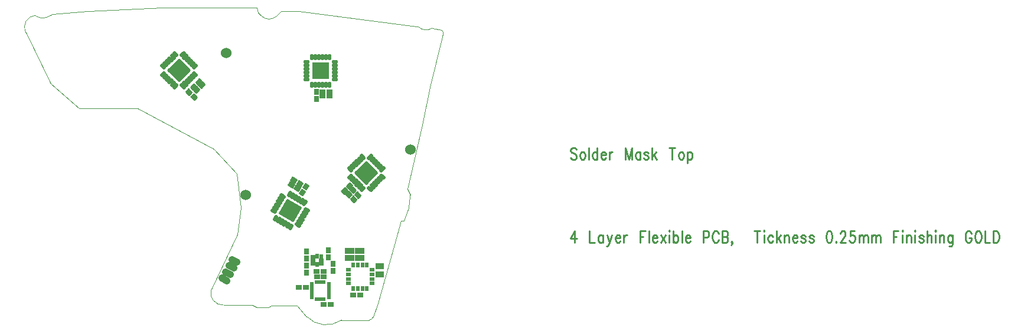
<source format=gbr>
*
*
G04 PADS 9.3 Build Number: 433611 generated Gerber (RS-274-X) file*
G04 PC Version=2.1*
*
%IN "MMSP_R.pcb"*%
*
%MOIN*%
*
%FSLAX35Y35*%
*
*
*
*
G04 PC Standard Apertures*
*
*
G04 Thermal Relief Aperture macro.*
%AMTER*
1,1,$1,0,0*
1,0,$1-$2,0,0*
21,0,$3,$4,0,0,45*
21,0,$3,$4,0,0,135*
%
*
*
G04 Annular Aperture macro.*
%AMANN*
1,1,$1,0,0*
1,0,$2,0,0*
%
*
*
G04 Odd Aperture macro.*
%AMODD*
1,1,$1,0,0*
1,0,$1-0.005,0,0*
%
*
*
G04 PC Custom Aperture Macros*
*
*
*
*
*
*
G04 PC Aperture Table*
*
%ADD010C,0.001*%
%ADD013C,0.01*%
%ADD044R,0.035X0.03*%
%ADD045R,0.03X0.035*%
%ADD046R,0.045X0.034*%
%ADD047C,0.06*%
%ADD048C,0.02181*%
%ADD049O,0.03756X0.02181*%
%ADD050O,0.02181X0.03756*%
%ADD051R,0.02575X0.01984*%
%ADD052R,0.01984X0.02575*%
%ADD053C,0.04*%
%ADD054R,0.02378X0.01984*%
%ADD055R,0.01984X0.02378*%
%ADD056R,0.02575X0.02181*%
%ADD057R,0.02181X0.02575*%
%ADD058R,0.09661X0.09661*%
*
*
*
*
G04 PC Circuitry*
G04 Layer Name MMSP_R.pcb - circuitry*
%LPD*%
*
*
G04 PC Custom Flashes*
G04 Layer Name MMSP_R.pcb - flashes*
%LPD*%
*
*
G04 PC Circuitry*
G04 Layer Name MMSP_R.pcb - circuitry*
%LPD*%
*
G54D10*
G01X1084338Y879416D02*
G75*
G03X1091450Y870727I6795J-1694D01*
G01X1084337Y879411D02*
X1084469Y879661D01*
X1084449Y879640*
X1099338Y910590*
X1101338Y925590*
X1099000Y945000*
X1086000Y959000*
X1043000Y982000*
X1010098*
X994098Y996000*
X979772Y1024917*
X985282Y1034748D02*
G03X979774Y1024913I607J-6800D01*
G01X985288Y1034748D02*
X985335Y1034744D01*
X986024Y1034055*
X986021Y1034056D02*
G03X994094Y1034883I3373J6886D01*
G01X994091Y1034881D02*
X994565Y1035356D01*
X1015000Y1037000*
X1057000Y1039000*
X1110433*
G03X1113187Y1034052I5045J-433*
G01X1113191Y1034049D02*
G03X1121065I3937J4610D01*
G01X1121067Y1034051D02*
X1124016Y1037000D01*
X1134000*
X1200197Y1028298*
X1201353*
G03X1209173Y1027455I4431J4416*
G01X1209174D02*
X1209247Y1027530D01*
X1214758Y1026365*
X1215407Y1024033D02*
G03X1214757Y1026366I-2399J589D01*
G01X1215407Y1024032D02*
X1208068Y994095D01*
X1203663Y972687*
X1195353Y936537*
X1196877Y932972*
X1193429Y918301D02*
G03X1196877Y932946I-27976J14316D01*
G01X1193432Y918307D02*
X1191535D01*
X1188000Y905000*
X1178563Y871588*
X1175919Y863986*
X1173588Y862205D02*
G03X1175920Y863988I-330J2848D01*
G01X1173585Y862205D02*
X1158055D01*
X1138351Y864223D02*
G03X1158054Y862204I11040J10587D01*
G01X1138356Y864218D02*
X1132826Y870374D01*
X1118110*
X1116978Y869242*
X1110236*
X1107677Y870727*
X1091453*
G54D13*
X1132555Y941776D02*
X1130390Y943026D01*
X1129390Y941294*
X1131555Y940044*
X1132555Y941776*
X1131555Y940044D02*
X1131555D01*
X1129823Y941044D02*
X1132132D01*
X1129823Y942044D02*
X1132091D01*
X1130000Y940942D02*
Y942351D01*
X1131000Y940365D02*
Y942674D01*
X1132000Y940815D02*
Y942097D01*
X1135964Y939808D02*
X1133799Y941058D01*
X1132799Y939326*
X1134964Y938076*
X1135964Y939808*
X1134964Y938076D02*
X1134964D01*
X1133232Y939076D02*
X1135542D01*
X1133232Y940076D02*
X1135500D01*
X1133000Y939210D02*
Y939673D01*
X1134000Y938633D02*
Y940942D01*
X1135000Y938137D02*
Y940365D01*
X1159808Y937010D02*
X1158041Y935242D01*
X1159455Y933828*
X1161223Y935596*
X1159808Y937010*
X1159455Y933828D02*
X1159455D01*
X1158455Y934828D02*
X1160455D01*
X1158626Y935828D02*
X1160990D01*
X1159626Y936828D02*
X1159990D01*
X1159000Y934283D02*
Y936202D01*
X1160000Y934373D02*
Y936819D01*
X1161000Y935373D02*
Y935819D01*
X1162592Y939794D02*
X1160825Y938026D01*
X1162239Y936612*
X1164007Y938380*
X1162592Y939794*
X1162239Y936612D02*
X1162239D01*
X1161239Y937612D02*
X1163239D01*
X1161410Y938612D02*
X1163774D01*
X1162410Y939612D02*
X1162774D01*
X1161000Y937851D02*
Y938202D01*
X1162000Y936851D02*
Y939202D01*
X1163000Y937373D02*
Y939386D01*
X1164000Y938373D02*
Y938386D01*
X1165549Y933234D02*
X1167317Y931466D01*
X1168731Y932880*
X1166963Y934648*
X1165549Y933234*
X1167317Y931466D02*
X1167317D01*
X1166317Y932466D02*
X1168317D01*
X1165781Y933466D02*
X1168145D01*
X1166781Y934466D02*
X1167145D01*
X1166000Y932783D02*
Y933685D01*
X1167000Y931783D02*
Y934611D01*
X1168000Y932149D02*
Y933611D01*
X1162765Y936018D02*
X1164533Y934250D01*
X1165947Y935664*
X1164179Y937432*
X1162765Y936018*
X1164533Y934250D02*
X1164533D01*
X1163533Y935250D02*
X1165533D01*
X1162997Y936250D02*
X1165361D01*
X1163997Y937250D02*
X1164361D01*
X1163000Y935783D02*
Y936252D01*
X1164000Y934783D02*
Y937252D01*
X1165000Y934717D02*
Y936611D01*
X1073029Y988745D02*
X1074797Y986978D01*
X1076211Y988392*
X1074444Y990160*
X1073029Y988745*
X1074797Y986978D02*
X1074797D01*
X1073797Y987978D02*
X1075797D01*
X1073262Y988978D02*
X1075625D01*
X1074262Y989978D02*
X1074625D01*
X1074000Y987775D02*
Y989716D01*
X1075000Y987181D02*
Y989603D01*
X1076000Y988181D02*
Y988603D01*
X1070245Y991529D02*
X1072013Y989762D01*
X1073427Y991176*
X1071660Y992944*
X1070245Y991529*
X1072013Y989762D02*
X1072013D01*
X1071013Y990762D02*
X1073013D01*
X1070478Y991762D02*
X1072842D01*
X1071478Y992762D02*
X1071842D01*
X1071000Y990775D02*
Y992284D01*
X1072000Y989775D02*
Y992603D01*
X1073000Y990748D02*
Y991603D01*
X1077199Y995470D02*
X1078967Y997238D01*
X1077553Y998652*
X1075785Y996884*
X1077199Y995470*
X1077199*
X1076199Y996470D02*
X1078199D01*
X1076371Y997470D02*
X1078735D01*
X1077371Y998470D02*
X1077735D01*
X1076000Y996670D02*
Y997099D01*
X1077000Y995670D02*
Y998099D01*
X1078000Y996271D02*
Y998205D01*
X1074416Y992686D02*
X1076183Y994454D01*
X1074769Y995868*
X1073001Y994101*
X1074416Y992686*
X1074416*
X1073416Y993686D02*
X1075416D01*
X1073587Y994686D02*
X1075951D01*
X1074587Y995686D02*
X1074951D01*
X1074000Y993102D02*
Y995099D01*
X1075000Y993271D02*
Y995637D01*
X1076000Y994271D02*
Y994637D01*
X1138036Y936343D02*
X1139286Y938508D01*
X1137554Y939508*
X1136304Y937343*
X1138036Y936343*
X1138036*
X1136304Y937343D02*
X1138614D01*
X1136882Y938343D02*
X1139191D01*
X1137459Y939343D02*
X1137840D01*
X1137000Y936941D02*
Y938548D01*
X1138000Y936364D02*
Y939250D01*
X1139000Y938012D02*
Y938673D01*
X1136068Y932933D02*
X1137318Y935098D01*
X1135586Y936098*
X1134336Y933933*
X1136068Y932933*
X1136068*
X1134336Y933933D02*
X1136645D01*
X1134913Y934933D02*
X1137223D01*
X1135490Y935933D02*
X1135872D01*
X1135000Y933550D02*
Y935084D01*
X1136000Y932972D02*
Y935859D01*
X1137000Y934548D02*
Y935282D01*
X1131177Y939217D02*
X1129012Y940467D01*
X1128012Y938735*
X1130177Y937485*
X1131177Y939217*
X1130177Y937485D02*
X1130177D01*
X1128445Y938485D02*
X1130754D01*
X1128445Y939485D02*
X1130713D01*
X1129000Y938165D02*
Y940447D01*
X1130000Y937588D02*
Y939897D01*
X1131000Y938911D02*
Y939320D01*
X1134587Y937249D02*
X1132421Y938499D01*
X1131421Y936767*
X1133587Y935517*
X1134587Y937249*
X1133587Y935517D02*
X1133587D01*
X1131854Y936517D02*
X1134164D01*
X1131854Y937517D02*
X1134122D01*
X1132000Y936433D02*
Y937769D01*
X1133000Y935855D02*
Y938165D01*
X1134000Y936233D02*
Y937588D01*
X1163187Y930871D02*
X1164955Y929104D01*
X1166369Y930518*
X1164601Y932286*
X1163187Y930871*
X1164955Y929104D02*
X1164955D01*
X1163955Y930104D02*
X1165955D01*
X1163419Y931104D02*
X1165783D01*
X1164419Y932104D02*
X1164783D01*
X1164000Y930058D02*
Y931685D01*
X1165000Y929149D02*
Y931887D01*
X1166000Y930149D02*
Y930887D01*
X1160403Y933655D02*
X1162171Y931888D01*
X1163585Y933302*
X1161817Y935070*
X1160403Y933655*
X1162171Y931888D02*
X1162171D01*
X1161171Y932888D02*
X1163171D01*
X1160635Y933888D02*
X1162999D01*
X1161635Y934888D02*
X1161999D01*
X1161000Y933058D02*
Y934252D01*
X1162000Y932058D02*
Y934887D01*
X1163000Y932717D02*
Y933887D01*
X1078774Y993895D02*
X1080542Y995663D01*
X1079128Y997077*
X1077360Y995310*
X1078774Y993895*
X1078774*
X1077774Y994895D02*
X1079774D01*
X1077946Y995895D02*
X1080310D01*
X1078946Y996895D02*
X1079310D01*
X1078000Y994670D02*
Y995950D01*
X1079000Y994121D02*
Y996950D01*
X1080000Y995121D02*
Y996205D01*
X1075990Y991112D02*
X1077758Y992879D01*
X1076344Y994294*
X1074576Y992526*
X1075990Y991112*
X1075990*
X1074990Y992112D02*
X1076990D01*
X1075162Y993112D02*
X1077526D01*
X1076162Y994112D02*
X1076526D01*
X1075000Y992102D02*
Y992950D01*
X1076000Y991121D02*
Y993950D01*
X1077000Y992121D02*
Y993637D01*
X1127313Y930297D02*
X1122982Y922796D01*
X1130483Y918465*
X1134814Y925966*
X1127313Y930297*
X1130483Y918465D02*
X1130483D01*
X1128751Y919465D02*
X1131061D01*
X1127019Y920465D02*
X1131638D01*
X1125287Y921465D02*
X1132215D01*
X1123555Y922465D02*
X1132793D01*
X1123369Y923465D02*
X1133370D01*
X1123946Y924465D02*
X1133947D01*
X1124523Y925465D02*
X1134525D01*
X1125101Y926465D02*
X1133950D01*
X1125678Y927465D02*
X1132218D01*
X1126255Y928465D02*
X1130486D01*
X1126833Y929465D02*
X1128754D01*
X1123000Y922785D02*
Y922826D01*
X1124000Y922208D02*
Y924559D01*
X1125000Y921631D02*
Y926291D01*
X1126000Y921053D02*
Y928023D01*
X1127000Y920476D02*
Y929755D01*
X1128000Y919899D02*
Y929900D01*
X1129000Y919321D02*
Y929323D01*
X1130000Y918744D02*
Y928745D01*
X1131000Y919360D02*
Y928168D01*
X1132000Y921092D02*
Y927591D01*
X1133000Y922824D02*
Y927013D01*
X1134000Y924556D02*
Y926436D01*
X1171850Y951794D02*
X1165726Y945669D01*
X1171850Y939545*
X1177975Y945669*
X1171850Y951794*
Y939545D02*
X1171850D01*
X1170850Y940545D02*
X1172850D01*
X1169850Y941545D02*
X1173850D01*
X1168850Y942545D02*
X1174850D01*
X1167850Y943545D02*
X1175850D01*
X1166850Y944545D02*
X1176850D01*
X1165850Y945545D02*
X1177850D01*
X1166601Y946545D02*
X1177099D01*
X1167601Y947545D02*
X1176099D01*
X1168601Y948545D02*
X1175099D01*
X1169601Y949545D02*
X1174099D01*
X1170601Y950545D02*
X1173099D01*
X1171601Y951545D02*
X1172099D01*
X1166000Y945395D02*
Y945943D01*
X1167000Y944395D02*
Y946943D01*
X1168000Y943395D02*
Y947943D01*
X1169000Y942395D02*
Y948943D01*
X1170000Y941395D02*
Y949943D01*
X1171000Y940395D02*
Y950943D01*
X1172000Y939694D02*
Y951644D01*
X1173000Y940694D02*
Y950644D01*
X1174000Y941694D02*
Y949644D01*
X1175000Y942694D02*
Y948644D01*
X1176000Y943694D02*
Y947644D01*
X1177000Y944694D02*
Y946644D01*
X1066142Y1009865D02*
X1060017Y1003740D01*
X1066142Y997616*
X1072266Y1003740*
X1066142Y1009865*
Y997616D02*
X1066142D01*
X1065142Y998616D02*
X1067142D01*
X1064142Y999616D02*
X1068142D01*
X1063142Y1000616D02*
X1069142D01*
X1062142Y1001616D02*
X1070142D01*
X1061142Y1002616D02*
X1071142D01*
X1060142Y1003616D02*
X1072142D01*
X1060893Y1004616D02*
X1071391D01*
X1061893Y1005616D02*
X1070391D01*
X1062893Y1006616D02*
X1069391D01*
X1063893Y1007616D02*
X1068391D01*
X1064893Y1008616D02*
X1067391D01*
X1065893Y1009616D02*
X1066391D01*
X1061000Y1002757D02*
Y1004723D01*
X1062000Y1001757D02*
Y1005723D01*
X1063000Y1000757D02*
Y1006723D01*
X1064000Y999757D02*
Y1007723D01*
X1065000Y998757D02*
Y1008723D01*
X1066000Y997757D02*
Y1009723D01*
X1067000Y998474D02*
Y1009006D01*
X1068000Y999474D02*
Y1008006D01*
X1069000Y1000474D02*
Y1007006D01*
X1070000Y1001474D02*
Y1006006D01*
X1071000Y1002474D02*
Y1005006D01*
X1072000Y1003474D02*
Y1004006D01*
X1290583Y958775D02*
X1290129Y959400D01*
X1289447Y959712*
X1288538*
X1287856Y959400*
X1287402Y958775*
Y958150*
X1287629Y957525*
X1287856Y957212*
X1288311Y956900*
X1289674Y956275*
X1290129Y955962*
X1290356Y955650*
X1290583Y955025*
Y954087*
X1290129Y953462*
X1289447Y953150*
X1288538*
X1287856Y953462*
X1287402Y954087*
X1293765Y957525D02*
X1293311Y957212D01*
X1292856Y956587*
X1292629Y955650*
Y955025*
X1292856Y954087*
X1293311Y953462*
X1293765Y953150*
X1294447*
X1294902Y953462*
X1295356Y954087*
X1295583Y955025*
Y955650*
X1295356Y956587*
X1294902Y957212*
X1294447Y957525*
X1293765*
X1297629Y959712D02*
Y953150D01*
X1302402Y959712D02*
Y953150D01*
Y956587D02*
X1301947Y957212D01*
X1301492Y957525*
X1300811*
X1300356Y957212*
X1299902Y956587*
X1299674Y955650*
Y955025*
X1299902Y954087*
X1300356Y953462*
X1300811Y953150*
X1301492*
X1301947Y953462*
X1302402Y954087*
X1304447Y955650D02*
X1307174D01*
Y956275*
X1306947Y956900*
X1306720Y957212*
X1306265Y957525*
X1305583*
X1305129Y957212*
X1304674Y956587*
X1304447Y955650*
Y955025*
X1304674Y954087*
X1305129Y953462*
X1305583Y953150*
X1306265*
X1306720Y953462*
X1307174Y954087*
X1309220Y957525D02*
Y953150D01*
Y955650D02*
X1309447Y956587D01*
X1309902Y957212*
X1310356Y957525*
X1311038*
X1318311Y959712D02*
Y953150D01*
Y959712D02*
X1320129Y953150D01*
X1321947Y959712D02*
X1320129Y953150D01*
X1321947Y959712D02*
Y953150D01*
X1326720Y957525D02*
Y953150D01*
Y956587D02*
X1326265Y957212D01*
X1325811Y957525*
X1325129*
X1324674Y957212*
X1324220Y956587*
X1323992Y955650*
Y955025*
X1324220Y954087*
X1324674Y953462*
X1325129Y953150*
X1325811*
X1326265Y953462*
X1326720Y954087*
X1331265Y956587D02*
X1331038Y957212D01*
X1330356Y957525*
X1329674*
X1328992Y957212*
X1328765Y956587*
X1328992Y955962*
X1329447Y955650*
X1330583Y955337*
X1331038Y955025*
X1331265Y954400*
Y954087*
X1331038Y953462*
X1330356Y953150*
X1329674*
X1328992Y953462*
X1328765Y954087*
X1333311Y959712D02*
Y953150D01*
X1335583Y957525D02*
X1333311Y954400D01*
X1334220Y955650D02*
X1335811Y953150D01*
X1344674Y959712D02*
Y953150D01*
X1343083Y959712D02*
X1346265D01*
X1349447Y957525D02*
X1348992Y957212D01*
X1348538Y956587*
X1348311Y955650*
Y955025*
X1348538Y954087*
X1348992Y953462*
X1349447Y953150*
X1350129*
X1350583Y953462*
X1351038Y954087*
X1351265Y955025*
Y955650*
X1351038Y956587*
X1350583Y957212*
X1350129Y957525*
X1349447*
X1353311D02*
Y950962D01*
Y956587D02*
X1353765Y957212D01*
X1354220Y957525*
X1354902*
X1355356Y957212*
X1355811Y956587*
X1356038Y955650*
Y955025*
X1355811Y954087*
X1355356Y953462*
X1354902Y953150*
X1354220*
X1353765Y953462*
X1353311Y954087*
X1289674Y912665D02*
X1287402Y908290D01*
X1290811*
X1289674Y912665D02*
Y906102D01*
X1298083Y912665D02*
Y906102D01*
X1300811*
X1305583Y910477D02*
Y906102D01*
Y909540D02*
X1305129Y910165D01*
X1304674Y910477*
X1303992*
X1303538Y910165*
X1303083Y909540*
X1302856Y908602*
Y907977*
X1303083Y907040*
X1303538Y906415*
X1303992Y906102*
X1304674*
X1305129Y906415*
X1305583Y907040*
X1307856Y910477D02*
X1309220Y906102D01*
X1310583Y910477D02*
X1309220Y906102D01*
X1308765Y904852*
X1308311Y904227*
X1307856Y903915*
X1307629*
X1312629Y908602D02*
X1315356D01*
Y909227*
X1315129Y909852*
X1314902Y910165*
X1314447Y910477*
X1313765*
X1313311Y910165*
X1312856Y909540*
X1312629Y908602*
Y907977*
X1312856Y907040*
X1313311Y906415*
X1313765Y906102*
X1314447*
X1314902Y906415*
X1315356Y907040*
X1317402Y910477D02*
Y906102D01*
Y908602D02*
X1317629Y909540D01*
X1318083Y910165*
X1318538Y910477*
X1319220*
X1326492Y912665D02*
Y906102D01*
Y912665D02*
X1329447D01*
X1326492Y909540D02*
X1328311D01*
X1331492Y912665D02*
Y906102D01*
X1333538Y908602D02*
X1336265D01*
Y909227*
X1336038Y909852*
X1335811Y910165*
X1335356Y910477*
X1334674*
X1334220Y910165*
X1333765Y909540*
X1333538Y908602*
Y907977*
X1333765Y907040*
X1334220Y906415*
X1334674Y906102*
X1335356*
X1335811Y906415*
X1336265Y907040*
X1338311Y910477D02*
X1340811Y906102D01*
Y910477D02*
X1338311Y906102D01*
X1342856Y912665D02*
X1343083Y912352D01*
X1343311Y912665*
X1343083Y912977*
X1342856Y912665*
X1343083Y910477D02*
Y906102D01*
X1345356Y912665D02*
Y906102D01*
Y909540D02*
X1345811Y910165D01*
X1346265Y910477*
X1346947*
X1347402Y910165*
X1347856Y909540*
X1348083Y908602*
Y907977*
X1347856Y907040*
X1347402Y906415*
X1346947Y906102*
X1346265*
X1345811Y906415*
X1345356Y907040*
X1350129Y912665D02*
Y906102D01*
X1352174Y908602D02*
X1354902D01*
Y909227*
X1354674Y909852*
X1354447Y910165*
X1353992Y910477*
X1353311*
X1352856Y910165*
X1352402Y909540*
X1352174Y908602*
Y907977*
X1352402Y907040*
X1352856Y906415*
X1353311Y906102*
X1353992*
X1354447Y906415*
X1354902Y907040*
X1362174Y912665D02*
Y906102D01*
Y912665D02*
X1364220D01*
X1364902Y912352*
X1365129Y912040*
X1365356Y911415*
Y910477*
X1365129Y909852*
X1364902Y909540*
X1364220Y909227*
X1362174*
X1370811Y911102D02*
X1370583Y911727D01*
X1370129Y912352*
X1369674Y912665*
X1368765*
X1368311Y912352*
X1367856Y911727*
X1367629Y911102*
X1367402Y910165*
Y908602*
X1367629Y907665*
X1367856Y907040*
X1368311Y906415*
X1368765Y906102*
X1369674*
X1370129Y906415*
X1370583Y907040*
X1370811Y907665*
X1372856Y912665D02*
Y906102D01*
Y912665D02*
X1374902D01*
X1375583Y912352*
X1375811Y912040*
X1376038Y911415*
Y910790*
X1375811Y910165*
X1375583Y909852*
X1374902Y909540*
X1372856D02*
X1374902D01*
X1375583Y909227*
X1375811Y908915*
X1376038Y908290*
Y907352*
X1375811Y906727*
X1375583Y906415*
X1374902Y906102*
X1372856*
X1378538Y906415D02*
X1378311Y906102D01*
X1378083Y906415*
X1378311Y906727*
X1378538Y906415*
Y905790*
X1378311Y905165*
X1378083Y904852*
X1392629Y912665D02*
Y906102D01*
X1391038Y912665D02*
X1394220D01*
X1396265D02*
X1396492Y912352D01*
X1396720Y912665*
X1396492Y912977*
X1396265Y912665*
X1396492Y910477D02*
Y906102D01*
X1401492Y909540D02*
X1401038Y910165D01*
X1400583Y910477*
X1399902*
X1399447Y910165*
X1398992Y909540*
X1398765Y908602*
Y907977*
X1398992Y907040*
X1399447Y906415*
X1399902Y906102*
X1400583*
X1401038Y906415*
X1401492Y907040*
X1403538Y912665D02*
Y906102D01*
X1405811Y910477D02*
X1403538Y907352D01*
X1404447Y908602D02*
X1406038Y906102D01*
X1408083Y910477D02*
Y906102D01*
Y909227D02*
X1408765Y910165D01*
X1409220Y910477*
X1409902*
X1410356Y910165*
X1410583Y909227*
Y906102*
X1412629Y908602D02*
X1415356D01*
Y909227*
X1415129Y909852*
X1414902Y910165*
X1414447Y910477*
X1413765*
X1413311Y910165*
X1412856Y909540*
X1412629Y908602*
Y907977*
X1412856Y907040*
X1413311Y906415*
X1413765Y906102*
X1414447*
X1414902Y906415*
X1415356Y907040*
X1419902Y909540D02*
X1419674Y910165D01*
X1418992Y910477*
X1418311*
X1417629Y910165*
X1417402Y909540*
X1417629Y908915*
X1418083Y908602*
X1419220Y908290*
X1419674Y907977*
X1419902Y907352*
Y907040*
X1419674Y906415*
X1418992Y906102*
X1418311*
X1417629Y906415*
X1417402Y907040*
X1424447Y909540D02*
X1424220Y910165D01*
X1423538Y910477*
X1422856*
X1422174Y910165*
X1421947Y909540*
X1422174Y908915*
X1422629Y908602*
X1423765Y908290*
X1424220Y907977*
X1424447Y907352*
Y907040*
X1424220Y906415*
X1423538Y906102*
X1422856*
X1422174Y906415*
X1421947Y907040*
X1433083Y912665D02*
X1432402Y912352D01*
X1431947Y911415*
X1431720Y909852*
Y908915*
X1431947Y907352*
X1432402Y906415*
X1433083Y906102*
X1433538*
X1434220Y906415*
X1434674Y907352*
X1434902Y908915*
Y909852*
X1434674Y911415*
X1434220Y912352*
X1433538Y912665*
X1433083*
X1437174Y906727D02*
X1436947Y906415D01*
X1437174Y906102*
X1437402Y906415*
X1437174Y906727*
X1439674Y911102D02*
Y911415D01*
X1439902Y912040*
X1440129Y912352*
X1440583Y912665*
X1441492*
X1441947Y912352*
X1442174Y912040*
X1442402Y911415*
Y910790*
X1442174Y910165*
X1441720Y909227*
X1439447Y906102*
X1442629*
X1447629Y912665D02*
X1445356D01*
X1445129Y909852*
X1445356Y910165*
X1446038Y910477*
X1446720*
X1447402Y910165*
X1447856Y909540*
X1448083Y908602*
X1447856Y907977*
X1447629Y907040*
X1447174Y906415*
X1446492Y906102*
X1445811*
X1445129Y906415*
X1444902Y906727*
X1444674Y907352*
X1450129Y910477D02*
Y906102D01*
Y909227D02*
X1450811Y910165D01*
X1451265Y910477*
X1451947*
X1452402Y910165*
X1452629Y909227*
Y906102*
Y909227D02*
X1453311Y910165D01*
X1453765Y910477*
X1454447*
X1454902Y910165*
X1455129Y909227*
Y906102*
X1457174Y910477D02*
Y906102D01*
Y909227D02*
X1457856Y910165D01*
X1458311Y910477*
X1458992*
X1459447Y910165*
X1459674Y909227*
Y906102*
Y909227D02*
X1460356Y910165D01*
X1460811Y910477*
X1461492*
X1461947Y910165*
X1462174Y909227*
Y906102*
X1469447Y912665D02*
Y906102D01*
Y912665D02*
X1472402D01*
X1469447Y909540D02*
X1471265D01*
X1474447Y912665D02*
X1474674Y912352D01*
X1474902Y912665*
X1474674Y912977*
X1474447Y912665*
X1474674Y910477D02*
Y906102D01*
X1476947Y910477D02*
Y906102D01*
Y909227D02*
X1477629Y910165D01*
X1478083Y910477*
X1478765*
X1479220Y910165*
X1479447Y909227*
Y906102*
X1481492Y912665D02*
X1481720Y912352D01*
X1481947Y912665*
X1481720Y912977*
X1481492Y912665*
X1481720Y910477D02*
Y906102D01*
X1486492Y909540D02*
X1486265Y910165D01*
X1485583Y910477*
X1484902*
X1484220Y910165*
X1483992Y909540*
X1484220Y908915*
X1484674Y908602*
X1485811Y908290*
X1486265Y907977*
X1486492Y907352*
Y907040*
X1486265Y906415*
X1485583Y906102*
X1484902*
X1484220Y906415*
X1483992Y907040*
X1488538Y912665D02*
Y906102D01*
Y909227D02*
X1489220Y910165D01*
X1489674Y910477*
X1490356*
X1490811Y910165*
X1491038Y909227*
Y906102*
X1493083Y912665D02*
X1493311Y912352D01*
X1493538Y912665*
X1493311Y912977*
X1493083Y912665*
X1493311Y910477D02*
Y906102D01*
X1495583Y910477D02*
Y906102D01*
Y909227D02*
X1496265Y910165D01*
X1496720Y910477*
X1497402*
X1497856Y910165*
X1498083Y909227*
Y906102*
X1502856Y910477D02*
Y905477D01*
X1502629Y904540*
X1502402Y904227*
X1501947Y903915*
X1501265*
X1500811Y904227*
X1502856Y909540D02*
X1502402Y910165D01*
X1501947Y910477*
X1501265*
X1500811Y910165*
X1500356Y909540*
X1500129Y908602*
Y907977*
X1500356Y907040*
X1500811Y906415*
X1501265Y906102*
X1501947*
X1502402Y906415*
X1502856Y907040*
X1513538Y911102D02*
X1513311Y911727D01*
X1512856Y912352*
X1512402Y912665*
X1511492*
X1511038Y912352*
X1510583Y911727*
X1510356Y911102*
X1510129Y910165*
Y908602*
X1510356Y907665*
X1510583Y907040*
X1511038Y906415*
X1511492Y906102*
X1512402*
X1512856Y906415*
X1513311Y907040*
X1513538Y907665*
Y908602*
X1512402D02*
X1513538D01*
X1516947Y912665D02*
X1516492Y912352D01*
X1516038Y911727*
X1515811Y911102*
X1515583Y910165*
Y908602*
X1515811Y907665*
X1516038Y907040*
X1516492Y906415*
X1516947Y906102*
X1517856*
X1518311Y906415*
X1518765Y907040*
X1518992Y907665*
X1519220Y908602*
Y910165*
X1518992Y911102*
X1518765Y911727*
X1518311Y912352*
X1517856Y912665*
X1516947*
X1521265D02*
Y906102D01*
X1523992*
X1526038Y912665D02*
Y906102D01*
Y912665D02*
X1527629D01*
X1528311Y912352*
X1528765Y911727*
X1528992Y911102*
X1529220Y910165*
Y908602*
X1528992Y907665*
X1528765Y907040*
X1528311Y906415*
X1527629Y906102*
X1526038*
G54D44*
X1144135Y886576D03*
X1148072D03*
X1164764Y876378D03*
X1168701D03*
X1151181Y991535D03*
X1147244D03*
X1151181Y989173D03*
X1147244D03*
X1148072Y871025D03*
X1152009D03*
X1148031Y889567D03*
X1144094D03*
X1134075Y880867D03*
X1138012D03*
G54D45*
X1163976Y897441D03*
Y901378D03*
X1166929Y897441D03*
Y901378D03*
X1143898Y987402D03*
Y991339D03*
X1161220Y897441D03*
Y901378D03*
X1153412Y890203D03*
Y894140D03*
X1150640Y901660D03*
Y897723D03*
X1169685Y897441D03*
Y901378D03*
X1138290Y893064D03*
Y889127D03*
X1138363Y897028D03*
Y900965D03*
G54D46*
X1179724Y892754D03*
Y887954D03*
G54D47*
X1104012Y933001D03*
X1196850Y958661D03*
X1092822Y1013458D03*
G54D48*
X1133938Y915788D02*
X1132575Y916576D01*
X1134923Y917493D02*
X1133559Y918280D01*
X1135907Y919198D02*
X1134543Y919985D01*
X1136891Y920903D02*
X1135527Y921690D01*
X1137875Y922607D02*
X1136512Y923395D01*
X1138860Y924312D02*
X1137496Y925099D01*
X1137491Y929421D02*
X1136703Y928057D01*
X1135786Y930405D02*
X1134999Y929042D01*
X1134081Y931390D02*
X1133294Y930026D01*
X1132376Y932374D02*
X1131589Y931010D01*
X1130672Y933358D02*
X1129884Y931994D01*
X1128967Y934343D02*
X1128179Y932979D01*
X1125222Y932186D02*
X1123858Y932974D01*
X1124237Y930481D02*
X1122873Y931269D01*
X1123253Y928777D02*
X1121889Y929564D01*
X1122269Y927072D02*
X1120905Y927859D01*
X1121285Y925367D02*
X1119921Y926154D01*
X1120300Y923662D02*
X1118936Y924450D01*
X1121093Y920704D02*
X1120305Y919340D01*
X1122798Y919720D02*
X1122010Y918356D01*
X1124502Y918736D02*
X1123715Y917372D01*
X1126207Y917752D02*
X1125420Y916388D01*
X1127912Y916767D02*
X1127125Y915403D01*
X1129617Y915783D02*
X1128829Y914419D01*
X1169206Y955274D02*
X1170319Y954160D01*
X1167814Y953882D02*
X1168927Y952768D01*
X1166422Y952490D02*
X1167535Y951376D01*
X1165030Y951098D02*
X1166143Y949984D01*
X1163638Y949706D02*
X1164751Y948592D01*
X1162246Y948314D02*
X1163360Y947200D01*
X1162246Y943025D02*
X1163360Y944138D01*
X1163638Y941633D02*
X1164751Y942746D01*
X1165030Y940241D02*
X1166143Y941354D01*
X1166422Y938849D02*
X1167535Y939962D01*
X1167814Y937457D02*
X1168927Y938570D01*
X1169206Y936065D02*
X1170319Y937178D01*
X1173382D02*
X1174495Y936065D01*
X1174773Y938570D02*
X1175887Y937457D01*
X1176165Y939962D02*
X1177279Y938849D01*
X1177557Y941354D02*
X1178671Y940241D01*
X1178949Y942746D02*
X1180063Y941633D01*
X1180341Y944138D02*
X1181455Y943025D01*
X1180341Y947200D02*
X1181455Y948314D01*
X1178949Y948592D02*
X1180063Y949706D01*
X1177557Y949984D02*
X1178671Y951098D01*
X1176165Y951376D02*
X1177279Y952490D01*
X1174773Y952768D02*
X1175887Y953882D01*
X1173382Y954160D02*
X1174495Y955274D01*
X1056537Y1001095D02*
X1057651Y1002209D01*
X1057929Y999704D02*
X1059043Y1000817D01*
X1059321Y998312D02*
X1060435Y999425D01*
X1060713Y996920D02*
X1061827Y998033D01*
X1062105Y995528D02*
X1063219Y996641D01*
X1063497Y994136D02*
X1064611Y995249D01*
X1068786Y994136D02*
X1067673Y995249D01*
X1070178Y995528D02*
X1069065Y996641D01*
X1071570Y996920D02*
X1070457Y998033D01*
X1072962Y998312D02*
X1071849Y999425D01*
X1074354Y999704D02*
X1073241Y1000817D01*
X1075746Y1001095D02*
X1074633Y1002209D01*
Y1005271D02*
X1075746Y1006385D01*
X1073241Y1006663D02*
X1074354Y1007777D01*
X1071849Y1008055D02*
X1072962Y1009169D01*
X1070457Y1009447D02*
X1071570Y1010561D01*
X1069065Y1010839D02*
X1070178Y1011953D01*
X1067673Y1012231D02*
X1068786Y1013345D01*
X1064611Y1012231D02*
X1063497Y1013345D01*
X1063219Y1010839D02*
X1062105Y1011953D01*
X1061827Y1009447D02*
X1060713Y1010561D01*
X1060435Y1008055D02*
X1059321Y1009169D01*
X1059043Y1006663D02*
X1057929Y1007777D01*
X1057651Y1005271D02*
X1056537Y1006385D01*
G54D49*
X1138386Y1008268D03*
Y1006299D03*
Y1004331D03*
Y1002362D03*
Y1000394D03*
Y998425D03*
X1154134D03*
Y1000394D03*
Y1002362D03*
Y1004331D03*
Y1006299D03*
Y1008268D03*
G54D50*
X1141339Y995472D03*
X1143307D03*
X1145276D03*
X1147244D03*
X1149213D03*
X1151181D03*
Y1011220D03*
X1149213D03*
X1147244D03*
X1145276D03*
X1143307D03*
X1141339D03*
G54D51*
X1141791Y894178D03*
Y896147D03*
Y898115D03*
X1146594Y896147D03*
Y894178D03*
G54D52*
X1144192Y893883D03*
Y898411D03*
X1146594Y898115D03*
G54D53*
X1096309Y896562D02*
X1098967Y895170D01*
X1094453Y893019D02*
X1097111Y891627D01*
X1092597Y889476D02*
X1095254Y888083D01*
X1090741Y885932D02*
X1093398Y884540D01*
G54D54*
X1141240Y882874D03*
Y880906D03*
Y878937D03*
Y876969D03*
Y875000D03*
X1150886D03*
Y876969D03*
Y878937D03*
Y880906D03*
Y882874D03*
G54D55*
X1144094Y874114D03*
X1146063D03*
X1148031D03*
Y883760D03*
X1146063D03*
X1144094D03*
G54D56*
X1161843Y890579D03*
Y888020D03*
Y885461D03*
Y882902D03*
X1175228D03*
Y885461D03*
Y888020D03*
Y890579D03*
G54D57*
X1164697Y880047D03*
X1167256D03*
X1169815D03*
X1172374D03*
Y893433D03*
X1169815D03*
X1167256D03*
X1164697D03*
G54D58*
X1146260Y1003346D03*
G74*
X0Y0D02*
M02*

</source>
